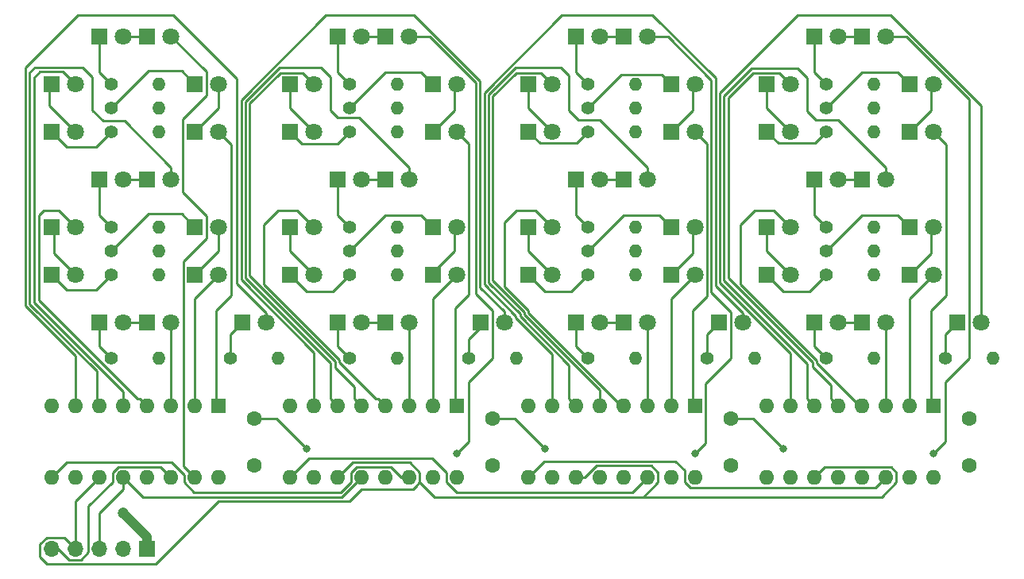
<source format=gbr>
%TF.GenerationSoftware,KiCad,Pcbnew,5.1.6+dfsg1-1*%
%TF.CreationDate,2020-12-16T15:12:24-07:00*%
%TF.ProjectId,7segment,37736567-6d65-46e7-942e-6b696361645f,rev?*%
%TF.SameCoordinates,Original*%
%TF.FileFunction,Copper,L1,Top*%
%TF.FilePolarity,Positive*%
%FSLAX46Y46*%
G04 Gerber Fmt 4.6, Leading zero omitted, Abs format (unit mm)*
G04 Created by KiCad (PCBNEW 5.1.6+dfsg1-1) date 2020-12-16 15:12:24*
%MOMM*%
%LPD*%
G01*
G04 APERTURE LIST*
%TA.AperFunction,ComponentPad*%
%ADD10O,1.600000X1.600000*%
%TD*%
%TA.AperFunction,ComponentPad*%
%ADD11R,1.600000X1.600000*%
%TD*%
%TA.AperFunction,ComponentPad*%
%ADD12O,1.700000X1.700000*%
%TD*%
%TA.AperFunction,ComponentPad*%
%ADD13R,1.700000X1.700000*%
%TD*%
%TA.AperFunction,ComponentPad*%
%ADD14C,1.600000*%
%TD*%
%TA.AperFunction,ComponentPad*%
%ADD15O,1.400000X1.400000*%
%TD*%
%TA.AperFunction,ComponentPad*%
%ADD16C,1.400000*%
%TD*%
%TA.AperFunction,ComponentPad*%
%ADD17C,1.800000*%
%TD*%
%TA.AperFunction,ComponentPad*%
%ADD18R,1.800000X1.800000*%
%TD*%
%TA.AperFunction,ViaPad*%
%ADD19C,1.200000*%
%TD*%
%TA.AperFunction,ViaPad*%
%ADD20C,0.800000*%
%TD*%
%TA.AperFunction,Conductor*%
%ADD21C,1.000000*%
%TD*%
%TA.AperFunction,Conductor*%
%ADD22C,0.250000*%
%TD*%
G04 APERTURE END LIST*
D10*
%TO.P,U1,16*%
%TO.N,+5V*%
X97790000Y-109220000D03*
%TO.P,U1,8*%
%TO.N,GND*%
X80010000Y-101600000D03*
%TO.P,U1,15*%
%TO.N,Net-(D15-Pad2)*%
X95250000Y-109220000D03*
%TO.P,U1,7*%
%TO.N,Net-(D22-Pad2)*%
X82550000Y-101600000D03*
%TO.P,U1,14*%
%TO.N,MOSI*%
X92710000Y-109220000D03*
%TO.P,U1,6*%
%TO.N,Net-(D21-Pad2)*%
X85090000Y-101600000D03*
%TO.P,U1,13*%
%TO.N,GND*%
X90170000Y-109220000D03*
%TO.P,U1,5*%
%TO.N,Net-(D20-Pad2)*%
X87630000Y-101600000D03*
%TO.P,U1,12*%
%TO.N,SS*%
X87630000Y-109220000D03*
%TO.P,U1,4*%
%TO.N,Net-(D19-Pad2)*%
X90170000Y-101600000D03*
%TO.P,U1,11*%
%TO.N,CLK*%
X85090000Y-109220000D03*
%TO.P,U1,3*%
%TO.N,Net-(D18-Pad2)*%
X92710000Y-101600000D03*
%TO.P,U1,10*%
%TO.N,+5V*%
X82550000Y-109220000D03*
%TO.P,U1,2*%
%TO.N,Net-(D17-Pad2)*%
X95250000Y-101600000D03*
%TO.P,U1,9*%
%TO.N,D2*%
X80010000Y-109220000D03*
D11*
%TO.P,U1,1*%
%TO.N,Net-(D16-Pad2)*%
X97790000Y-101600000D03*
%TD*%
D10*
%TO.P,U4,16*%
%TO.N,+5V*%
X173990000Y-109220000D03*
%TO.P,U4,8*%
%TO.N,GND*%
X156210000Y-101600000D03*
%TO.P,U4,15*%
%TO.N,Net-(D53-Pad2)*%
X171450000Y-109220000D03*
%TO.P,U4,7*%
%TO.N,Net-(D60-Pad2)*%
X158750000Y-101600000D03*
%TO.P,U4,14*%
%TO.N,D4*%
X168910000Y-109220000D03*
%TO.P,U4,6*%
%TO.N,Net-(D59-Pad2)*%
X161290000Y-101600000D03*
%TO.P,U4,13*%
%TO.N,GND*%
X166370000Y-109220000D03*
%TO.P,U4,5*%
%TO.N,Net-(D58-Pad2)*%
X163830000Y-101600000D03*
%TO.P,U4,12*%
%TO.N,SS*%
X163830000Y-109220000D03*
%TO.P,U4,4*%
%TO.N,Net-(D57-Pad2)*%
X166370000Y-101600000D03*
%TO.P,U4,11*%
%TO.N,CLK*%
X161290000Y-109220000D03*
%TO.P,U4,3*%
%TO.N,Net-(D56-Pad2)*%
X168910000Y-101600000D03*
%TO.P,U4,10*%
%TO.N,+5V*%
X158750000Y-109220000D03*
%TO.P,U4,2*%
%TO.N,Net-(D55-Pad2)*%
X171450000Y-101600000D03*
%TO.P,U4,9*%
%TO.N,Net-(U4-Pad9)*%
X156210000Y-109220000D03*
D11*
%TO.P,U4,1*%
%TO.N,Net-(D54-Pad2)*%
X173990000Y-101600000D03*
%TD*%
D10*
%TO.P,U3,16*%
%TO.N,+5V*%
X148590000Y-109220000D03*
%TO.P,U3,8*%
%TO.N,GND*%
X130810000Y-101600000D03*
%TO.P,U3,15*%
%TO.N,Net-(D45-Pad2)*%
X146050000Y-109220000D03*
%TO.P,U3,7*%
%TO.N,Net-(D52-Pad2)*%
X133350000Y-101600000D03*
%TO.P,U3,14*%
%TO.N,D3*%
X143510000Y-109220000D03*
%TO.P,U3,6*%
%TO.N,Net-(D51-Pad2)*%
X135890000Y-101600000D03*
%TO.P,U3,13*%
%TO.N,GND*%
X140970000Y-109220000D03*
%TO.P,U3,5*%
%TO.N,Net-(D50-Pad2)*%
X138430000Y-101600000D03*
%TO.P,U3,12*%
%TO.N,SS*%
X138430000Y-109220000D03*
%TO.P,U3,4*%
%TO.N,Net-(D49-Pad2)*%
X140970000Y-101600000D03*
%TO.P,U3,11*%
%TO.N,CLK*%
X135890000Y-109220000D03*
%TO.P,U3,3*%
%TO.N,Net-(D48-Pad2)*%
X143510000Y-101600000D03*
%TO.P,U3,10*%
%TO.N,+5V*%
X133350000Y-109220000D03*
%TO.P,U3,2*%
%TO.N,Net-(D47-Pad2)*%
X146050000Y-101600000D03*
%TO.P,U3,9*%
%TO.N,D4*%
X130810000Y-109220000D03*
D11*
%TO.P,U3,1*%
%TO.N,Net-(D46-Pad2)*%
X148590000Y-101600000D03*
%TD*%
D12*
%TO.P,J1,5*%
%TO.N,MOSI*%
X80010000Y-116840000D03*
%TO.P,J1,4*%
%TO.N,CLK*%
X82550000Y-116840000D03*
%TO.P,J1,3*%
%TO.N,SS*%
X85090000Y-116840000D03*
%TO.P,J1,2*%
%TO.N,+5V*%
X87630000Y-116840000D03*
D13*
%TO.P,J1,1*%
%TO.N,GND*%
X90170000Y-116840000D03*
%TD*%
D10*
%TO.P,U2,16*%
%TO.N,+5V*%
X123190000Y-109220000D03*
%TO.P,U2,8*%
%TO.N,GND*%
X105410000Y-101600000D03*
%TO.P,U2,15*%
%TO.N,Net-(D23-Pad2)*%
X120650000Y-109220000D03*
%TO.P,U2,7*%
%TO.N,Net-(D30-Pad2)*%
X107950000Y-101600000D03*
%TO.P,U2,14*%
%TO.N,D2*%
X118110000Y-109220000D03*
%TO.P,U2,6*%
%TO.N,Net-(D29-Pad2)*%
X110490000Y-101600000D03*
%TO.P,U2,13*%
%TO.N,GND*%
X115570000Y-109220000D03*
%TO.P,U2,5*%
%TO.N,Net-(D28-Pad2)*%
X113030000Y-101600000D03*
%TO.P,U2,12*%
%TO.N,SS*%
X113030000Y-109220000D03*
%TO.P,U2,4*%
%TO.N,Net-(D27-Pad2)*%
X115570000Y-101600000D03*
%TO.P,U2,11*%
%TO.N,CLK*%
X110490000Y-109220000D03*
%TO.P,U2,3*%
%TO.N,Net-(D26-Pad2)*%
X118110000Y-101600000D03*
%TO.P,U2,10*%
%TO.N,+5V*%
X107950000Y-109220000D03*
%TO.P,U2,2*%
%TO.N,Net-(D25-Pad2)*%
X120650000Y-101600000D03*
%TO.P,U2,9*%
%TO.N,D3*%
X105410000Y-109220000D03*
D11*
%TO.P,U2,1*%
%TO.N,Net-(D24-Pad2)*%
X123190000Y-101600000D03*
%TD*%
D14*
%TO.P,C4,2*%
%TO.N,GND*%
X177800000Y-102950000D03*
%TO.P,C4,1*%
%TO.N,+5V*%
X177800000Y-107950000D03*
%TD*%
%TO.P,C3,2*%
%TO.N,GND*%
X152400000Y-102950000D03*
%TO.P,C3,1*%
%TO.N,+5V*%
X152400000Y-107950000D03*
%TD*%
%TO.P,C1,2*%
%TO.N,GND*%
X101600000Y-102950000D03*
%TO.P,C1,1*%
%TO.N,+5V*%
X101600000Y-107950000D03*
%TD*%
%TO.P,C2,2*%
%TO.N,GND*%
X127000000Y-102950000D03*
%TO.P,C2,1*%
%TO.N,+5V*%
X127000000Y-107950000D03*
%TD*%
D15*
%TO.P,R32,2*%
%TO.N,GND*%
X180340000Y-96520000D03*
D16*
%TO.P,R32,1*%
%TO.N,Net-(D60-Pad1)*%
X175260000Y-96520000D03*
%TD*%
D15*
%TO.P,R31,2*%
%TO.N,GND*%
X167640000Y-82550000D03*
D16*
%TO.P,R31,1*%
%TO.N,Net-(D44-Pad1)*%
X162560000Y-82550000D03*
%TD*%
D15*
%TO.P,R30,2*%
%TO.N,GND*%
X167640000Y-72390000D03*
D16*
%TO.P,R30,1*%
%TO.N,Net-(D43-Pad1)*%
X162560000Y-72390000D03*
%TD*%
D15*
%TO.P,R29,2*%
%TO.N,GND*%
X167640000Y-87630000D03*
D16*
%TO.P,R29,1*%
%TO.N,Net-(D42-Pad1)*%
X162560000Y-87630000D03*
%TD*%
D15*
%TO.P,R28,2*%
%TO.N,GND*%
X167640000Y-96520000D03*
D16*
%TO.P,R28,1*%
%TO.N,Net-(D41-Pad1)*%
X162560000Y-96520000D03*
%TD*%
D15*
%TO.P,R27,2*%
%TO.N,GND*%
X167640000Y-85090000D03*
D16*
%TO.P,R27,1*%
%TO.N,Net-(D40-Pad1)*%
X162560000Y-85090000D03*
%TD*%
D15*
%TO.P,R26,2*%
%TO.N,GND*%
X167640000Y-69850000D03*
D16*
%TO.P,R26,1*%
%TO.N,Net-(D39-Pad1)*%
X162560000Y-69850000D03*
%TD*%
D15*
%TO.P,R25,2*%
%TO.N,GND*%
X167640000Y-67310000D03*
D16*
%TO.P,R25,1*%
%TO.N,Net-(D38-Pad1)*%
X162560000Y-67310000D03*
%TD*%
D15*
%TO.P,R24,2*%
%TO.N,GND*%
X154940000Y-96520000D03*
D16*
%TO.P,R24,1*%
%TO.N,Net-(D52-Pad1)*%
X149860000Y-96520000D03*
%TD*%
D15*
%TO.P,R23,2*%
%TO.N,GND*%
X142240000Y-82550000D03*
D16*
%TO.P,R23,1*%
%TO.N,Net-(D37-Pad1)*%
X137160000Y-82550000D03*
%TD*%
D15*
%TO.P,R22,2*%
%TO.N,GND*%
X142240000Y-72390000D03*
D16*
%TO.P,R22,1*%
%TO.N,Net-(D36-Pad1)*%
X137160000Y-72390000D03*
%TD*%
D15*
%TO.P,R21,2*%
%TO.N,GND*%
X142240000Y-87630000D03*
D16*
%TO.P,R21,1*%
%TO.N,Net-(D35-Pad1)*%
X137160000Y-87630000D03*
%TD*%
D15*
%TO.P,R20,2*%
%TO.N,GND*%
X142240000Y-96520000D03*
D16*
%TO.P,R20,1*%
%TO.N,Net-(D34-Pad1)*%
X137160000Y-96520000D03*
%TD*%
D15*
%TO.P,R19,2*%
%TO.N,GND*%
X142240000Y-85090000D03*
D16*
%TO.P,R19,1*%
%TO.N,Net-(D33-Pad1)*%
X137160000Y-85090000D03*
%TD*%
D15*
%TO.P,R18,2*%
%TO.N,GND*%
X142240000Y-69850000D03*
D16*
%TO.P,R18,1*%
%TO.N,Net-(D32-Pad1)*%
X137160000Y-69850000D03*
%TD*%
D15*
%TO.P,R17,2*%
%TO.N,GND*%
X142240000Y-67310000D03*
D16*
%TO.P,R17,1*%
%TO.N,Net-(D31-Pad1)*%
X137160000Y-67310000D03*
%TD*%
D15*
%TO.P,R16,2*%
%TO.N,GND*%
X129540000Y-96520000D03*
D16*
%TO.P,R16,1*%
%TO.N,Net-(D30-Pad1)*%
X124460000Y-96520000D03*
%TD*%
D15*
%TO.P,R15,2*%
%TO.N,GND*%
X116840000Y-82550000D03*
D16*
%TO.P,R15,1*%
%TO.N,Net-(D14-Pad1)*%
X111760000Y-82550000D03*
%TD*%
D15*
%TO.P,R14,2*%
%TO.N,GND*%
X116840000Y-72390000D03*
D16*
%TO.P,R14,1*%
%TO.N,Net-(D13-Pad1)*%
X111760000Y-72390000D03*
%TD*%
D15*
%TO.P,R13,2*%
%TO.N,GND*%
X116840000Y-87630000D03*
D16*
%TO.P,R13,1*%
%TO.N,Net-(D12-Pad1)*%
X111760000Y-87630000D03*
%TD*%
D15*
%TO.P,R12,2*%
%TO.N,GND*%
X116840000Y-96520000D03*
D16*
%TO.P,R12,1*%
%TO.N,Net-(D11-Pad1)*%
X111760000Y-96520000D03*
%TD*%
D15*
%TO.P,R11,2*%
%TO.N,GND*%
X116840000Y-85090000D03*
D16*
%TO.P,R11,1*%
%TO.N,Net-(D10-Pad1)*%
X111760000Y-85090000D03*
%TD*%
D15*
%TO.P,R10,2*%
%TO.N,GND*%
X116840000Y-69850000D03*
D16*
%TO.P,R10,1*%
%TO.N,Net-(D9-Pad1)*%
X111760000Y-69850000D03*
%TD*%
D15*
%TO.P,R9,2*%
%TO.N,GND*%
X116840000Y-67310000D03*
D16*
%TO.P,R9,1*%
%TO.N,Net-(D8-Pad1)*%
X111760000Y-67310000D03*
%TD*%
D15*
%TO.P,R8,2*%
%TO.N,GND*%
X104140000Y-96520000D03*
D16*
%TO.P,R8,1*%
%TO.N,Net-(D22-Pad1)*%
X99060000Y-96520000D03*
%TD*%
D15*
%TO.P,R7,2*%
%TO.N,GND*%
X91440000Y-82550000D03*
D16*
%TO.P,R7,1*%
%TO.N,Net-(D7-Pad1)*%
X86360000Y-82550000D03*
%TD*%
D15*
%TO.P,R6,2*%
%TO.N,GND*%
X91440000Y-72390000D03*
D16*
%TO.P,R6,1*%
%TO.N,Net-(D6-Pad1)*%
X86360000Y-72390000D03*
%TD*%
D15*
%TO.P,R5,2*%
%TO.N,GND*%
X91440000Y-87630000D03*
D16*
%TO.P,R5,1*%
%TO.N,Net-(D5-Pad1)*%
X86360000Y-87630000D03*
%TD*%
D15*
%TO.P,R4,2*%
%TO.N,GND*%
X91440000Y-96520000D03*
D16*
%TO.P,R4,1*%
%TO.N,Net-(D4-Pad1)*%
X86360000Y-96520000D03*
%TD*%
D15*
%TO.P,R3,2*%
%TO.N,GND*%
X91440000Y-85090000D03*
D16*
%TO.P,R3,1*%
%TO.N,Net-(D3-Pad1)*%
X86360000Y-85090000D03*
%TD*%
D15*
%TO.P,R2,2*%
%TO.N,GND*%
X91440000Y-69850000D03*
D16*
%TO.P,R2,1*%
%TO.N,Net-(D2-Pad1)*%
X86360000Y-69850000D03*
%TD*%
D15*
%TO.P,R1,2*%
%TO.N,GND*%
X91440000Y-67310000D03*
D16*
%TO.P,R1,1*%
%TO.N,Net-(D1-Pad1)*%
X86360000Y-67310000D03*
%TD*%
D17*
%TO.P,D60,2*%
%TO.N,Net-(D60-Pad2)*%
X179070000Y-92710000D03*
D18*
%TO.P,D60,1*%
%TO.N,Net-(D60-Pad1)*%
X176530000Y-92710000D03*
%TD*%
D17*
%TO.P,D59,2*%
%TO.N,Net-(D59-Pad2)*%
X168910000Y-77470000D03*
D18*
%TO.P,D59,1*%
%TO.N,Net-(D44-Pad2)*%
X166370000Y-77470000D03*
%TD*%
D17*
%TO.P,D58,2*%
%TO.N,Net-(D58-Pad2)*%
X158750000Y-67310000D03*
D18*
%TO.P,D58,1*%
%TO.N,Net-(D43-Pad2)*%
X156210000Y-67310000D03*
%TD*%
D17*
%TO.P,D57,2*%
%TO.N,Net-(D57-Pad2)*%
X158750000Y-82550000D03*
D18*
%TO.P,D57,1*%
%TO.N,Net-(D42-Pad2)*%
X156210000Y-82550000D03*
%TD*%
D17*
%TO.P,D56,2*%
%TO.N,Net-(D56-Pad2)*%
X168910000Y-92710000D03*
D18*
%TO.P,D56,1*%
%TO.N,Net-(D41-Pad2)*%
X166370000Y-92710000D03*
%TD*%
D17*
%TO.P,D55,2*%
%TO.N,Net-(D55-Pad2)*%
X173990000Y-87630000D03*
D18*
%TO.P,D55,1*%
%TO.N,Net-(D40-Pad2)*%
X171450000Y-87630000D03*
%TD*%
D17*
%TO.P,D54,2*%
%TO.N,Net-(D54-Pad2)*%
X173990000Y-72390000D03*
D18*
%TO.P,D54,1*%
%TO.N,Net-(D39-Pad2)*%
X171450000Y-72390000D03*
%TD*%
D17*
%TO.P,D53,2*%
%TO.N,Net-(D53-Pad2)*%
X168910000Y-62230000D03*
D18*
%TO.P,D53,1*%
%TO.N,Net-(D38-Pad2)*%
X166370000Y-62230000D03*
%TD*%
D17*
%TO.P,D52,2*%
%TO.N,Net-(D52-Pad2)*%
X153670000Y-92710000D03*
D18*
%TO.P,D52,1*%
%TO.N,Net-(D52-Pad1)*%
X151130000Y-92710000D03*
%TD*%
D17*
%TO.P,D51,2*%
%TO.N,Net-(D51-Pad2)*%
X143510000Y-77470000D03*
D18*
%TO.P,D51,1*%
%TO.N,Net-(D37-Pad2)*%
X140970000Y-77470000D03*
%TD*%
D17*
%TO.P,D50,2*%
%TO.N,Net-(D50-Pad2)*%
X133350000Y-67310000D03*
D18*
%TO.P,D50,1*%
%TO.N,Net-(D36-Pad2)*%
X130810000Y-67310000D03*
%TD*%
D17*
%TO.P,D49,2*%
%TO.N,Net-(D49-Pad2)*%
X133350000Y-82550000D03*
D18*
%TO.P,D49,1*%
%TO.N,Net-(D35-Pad2)*%
X130810000Y-82550000D03*
%TD*%
D17*
%TO.P,D48,2*%
%TO.N,Net-(D48-Pad2)*%
X143510000Y-92710000D03*
D18*
%TO.P,D48,1*%
%TO.N,Net-(D34-Pad2)*%
X140970000Y-92710000D03*
%TD*%
D17*
%TO.P,D47,2*%
%TO.N,Net-(D47-Pad2)*%
X148590000Y-87630000D03*
D18*
%TO.P,D47,1*%
%TO.N,Net-(D33-Pad2)*%
X146050000Y-87630000D03*
%TD*%
D17*
%TO.P,D46,2*%
%TO.N,Net-(D46-Pad2)*%
X148590000Y-72390000D03*
D18*
%TO.P,D46,1*%
%TO.N,Net-(D32-Pad2)*%
X146050000Y-72390000D03*
%TD*%
D17*
%TO.P,D45,2*%
%TO.N,Net-(D45-Pad2)*%
X143510000Y-62230000D03*
D18*
%TO.P,D45,1*%
%TO.N,Net-(D31-Pad2)*%
X140970000Y-62230000D03*
%TD*%
D17*
%TO.P,D44,2*%
%TO.N,Net-(D44-Pad2)*%
X163830000Y-77470000D03*
D18*
%TO.P,D44,1*%
%TO.N,Net-(D44-Pad1)*%
X161290000Y-77470000D03*
%TD*%
D17*
%TO.P,D43,2*%
%TO.N,Net-(D43-Pad2)*%
X158750000Y-72390000D03*
D18*
%TO.P,D43,1*%
%TO.N,Net-(D43-Pad1)*%
X156210000Y-72390000D03*
%TD*%
D17*
%TO.P,D42,2*%
%TO.N,Net-(D42-Pad2)*%
X158750000Y-87630000D03*
D18*
%TO.P,D42,1*%
%TO.N,Net-(D42-Pad1)*%
X156210000Y-87630000D03*
%TD*%
D17*
%TO.P,D41,2*%
%TO.N,Net-(D41-Pad2)*%
X163830000Y-92710000D03*
D18*
%TO.P,D41,1*%
%TO.N,Net-(D41-Pad1)*%
X161290000Y-92710000D03*
%TD*%
D17*
%TO.P,D40,2*%
%TO.N,Net-(D40-Pad2)*%
X173990000Y-82550000D03*
D18*
%TO.P,D40,1*%
%TO.N,Net-(D40-Pad1)*%
X171450000Y-82550000D03*
%TD*%
D17*
%TO.P,D39,2*%
%TO.N,Net-(D39-Pad2)*%
X173990000Y-67310000D03*
D18*
%TO.P,D39,1*%
%TO.N,Net-(D39-Pad1)*%
X171450000Y-67310000D03*
%TD*%
D17*
%TO.P,D38,2*%
%TO.N,Net-(D38-Pad2)*%
X163830000Y-62230000D03*
D18*
%TO.P,D38,1*%
%TO.N,Net-(D38-Pad1)*%
X161290000Y-62230000D03*
%TD*%
D17*
%TO.P,D37,2*%
%TO.N,Net-(D37-Pad2)*%
X138430000Y-77470000D03*
D18*
%TO.P,D37,1*%
%TO.N,Net-(D37-Pad1)*%
X135890000Y-77470000D03*
%TD*%
D17*
%TO.P,D36,2*%
%TO.N,Net-(D36-Pad2)*%
X133350000Y-72390000D03*
D18*
%TO.P,D36,1*%
%TO.N,Net-(D36-Pad1)*%
X130810000Y-72390000D03*
%TD*%
D17*
%TO.P,D35,2*%
%TO.N,Net-(D35-Pad2)*%
X133350000Y-87630000D03*
D18*
%TO.P,D35,1*%
%TO.N,Net-(D35-Pad1)*%
X130810000Y-87630000D03*
%TD*%
D17*
%TO.P,D34,2*%
%TO.N,Net-(D34-Pad2)*%
X138430000Y-92710000D03*
D18*
%TO.P,D34,1*%
%TO.N,Net-(D34-Pad1)*%
X135890000Y-92710000D03*
%TD*%
D17*
%TO.P,D33,2*%
%TO.N,Net-(D33-Pad2)*%
X148590000Y-82550000D03*
D18*
%TO.P,D33,1*%
%TO.N,Net-(D33-Pad1)*%
X146050000Y-82550000D03*
%TD*%
D17*
%TO.P,D32,2*%
%TO.N,Net-(D32-Pad2)*%
X148590000Y-67310000D03*
D18*
%TO.P,D32,1*%
%TO.N,Net-(D32-Pad1)*%
X146050000Y-67310000D03*
%TD*%
D17*
%TO.P,D31,2*%
%TO.N,Net-(D31-Pad2)*%
X138430000Y-62230000D03*
D18*
%TO.P,D31,1*%
%TO.N,Net-(D31-Pad1)*%
X135890000Y-62230000D03*
%TD*%
D17*
%TO.P,D30,2*%
%TO.N,Net-(D30-Pad2)*%
X128270000Y-92710000D03*
D18*
%TO.P,D30,1*%
%TO.N,Net-(D30-Pad1)*%
X125730000Y-92710000D03*
%TD*%
D17*
%TO.P,D29,2*%
%TO.N,Net-(D29-Pad2)*%
X118110000Y-77470000D03*
D18*
%TO.P,D29,1*%
%TO.N,Net-(D14-Pad2)*%
X115570000Y-77470000D03*
%TD*%
D17*
%TO.P,D28,2*%
%TO.N,Net-(D28-Pad2)*%
X107950000Y-67310000D03*
D18*
%TO.P,D28,1*%
%TO.N,Net-(D13-Pad2)*%
X105410000Y-67310000D03*
%TD*%
D17*
%TO.P,D27,2*%
%TO.N,Net-(D27-Pad2)*%
X107950000Y-82550000D03*
D18*
%TO.P,D27,1*%
%TO.N,Net-(D12-Pad2)*%
X105410000Y-82550000D03*
%TD*%
D17*
%TO.P,D26,2*%
%TO.N,Net-(D26-Pad2)*%
X118110000Y-92710000D03*
D18*
%TO.P,D26,1*%
%TO.N,Net-(D11-Pad2)*%
X115570000Y-92710000D03*
%TD*%
D17*
%TO.P,D25,2*%
%TO.N,Net-(D25-Pad2)*%
X123190000Y-87630000D03*
D18*
%TO.P,D25,1*%
%TO.N,Net-(D10-Pad2)*%
X120650000Y-87630000D03*
%TD*%
D17*
%TO.P,D24,2*%
%TO.N,Net-(D24-Pad2)*%
X123190000Y-72390000D03*
D18*
%TO.P,D24,1*%
%TO.N,Net-(D24-Pad1)*%
X120650000Y-72390000D03*
%TD*%
D17*
%TO.P,D23,2*%
%TO.N,Net-(D23-Pad2)*%
X118110000Y-62230000D03*
D18*
%TO.P,D23,1*%
%TO.N,Net-(D23-Pad1)*%
X115570000Y-62230000D03*
%TD*%
D17*
%TO.P,D22,2*%
%TO.N,Net-(D22-Pad2)*%
X102870000Y-92710000D03*
D18*
%TO.P,D22,1*%
%TO.N,Net-(D22-Pad1)*%
X100330000Y-92710000D03*
%TD*%
D17*
%TO.P,D21,2*%
%TO.N,Net-(D21-Pad2)*%
X92710000Y-77470000D03*
D18*
%TO.P,D21,1*%
%TO.N,Net-(D21-Pad1)*%
X90170000Y-77470000D03*
%TD*%
D17*
%TO.P,D20,2*%
%TO.N,Net-(D20-Pad2)*%
X82550000Y-67310000D03*
D18*
%TO.P,D20,1*%
%TO.N,Net-(D20-Pad1)*%
X80010000Y-67310000D03*
%TD*%
D17*
%TO.P,D19,2*%
%TO.N,Net-(D19-Pad2)*%
X82550000Y-82550000D03*
D18*
%TO.P,D19,1*%
%TO.N,Net-(D19-Pad1)*%
X80010000Y-82550000D03*
%TD*%
D17*
%TO.P,D18,2*%
%TO.N,Net-(D18-Pad2)*%
X92710000Y-92710000D03*
D18*
%TO.P,D18,1*%
%TO.N,Net-(D18-Pad1)*%
X90170000Y-92710000D03*
%TD*%
D17*
%TO.P,D17,2*%
%TO.N,Net-(D17-Pad2)*%
X97790000Y-87630000D03*
D18*
%TO.P,D17,1*%
%TO.N,Net-(D17-Pad1)*%
X95250000Y-87630000D03*
%TD*%
D17*
%TO.P,D16,2*%
%TO.N,Net-(D16-Pad2)*%
X97790000Y-72390000D03*
D18*
%TO.P,D16,1*%
%TO.N,Net-(D16-Pad1)*%
X95250000Y-72390000D03*
%TD*%
D17*
%TO.P,D15,2*%
%TO.N,Net-(D15-Pad2)*%
X92710000Y-62230000D03*
D18*
%TO.P,D15,1*%
%TO.N,Net-(D1-Pad2)*%
X90170000Y-62230000D03*
%TD*%
D17*
%TO.P,D14,2*%
%TO.N,Net-(D14-Pad2)*%
X113030000Y-77470000D03*
D18*
%TO.P,D14,1*%
%TO.N,Net-(D14-Pad1)*%
X110490000Y-77470000D03*
%TD*%
D17*
%TO.P,D13,2*%
%TO.N,Net-(D13-Pad2)*%
X107950000Y-72390000D03*
D18*
%TO.P,D13,1*%
%TO.N,Net-(D13-Pad1)*%
X105410000Y-72390000D03*
%TD*%
D17*
%TO.P,D12,2*%
%TO.N,Net-(D12-Pad2)*%
X107950000Y-87630000D03*
D18*
%TO.P,D12,1*%
%TO.N,Net-(D12-Pad1)*%
X105410000Y-87630000D03*
%TD*%
D17*
%TO.P,D11,2*%
%TO.N,Net-(D11-Pad2)*%
X113030000Y-92710000D03*
D18*
%TO.P,D11,1*%
%TO.N,Net-(D11-Pad1)*%
X110490000Y-92710000D03*
%TD*%
D17*
%TO.P,D10,2*%
%TO.N,Net-(D10-Pad2)*%
X123190000Y-82550000D03*
D18*
%TO.P,D10,1*%
%TO.N,Net-(D10-Pad1)*%
X120650000Y-82550000D03*
%TD*%
D17*
%TO.P,D9,2*%
%TO.N,Net-(D24-Pad1)*%
X123190000Y-67310000D03*
D18*
%TO.P,D9,1*%
%TO.N,Net-(D9-Pad1)*%
X120650000Y-67310000D03*
%TD*%
D17*
%TO.P,D8,2*%
%TO.N,Net-(D23-Pad1)*%
X113030000Y-62230000D03*
D18*
%TO.P,D8,1*%
%TO.N,Net-(D8-Pad1)*%
X110490000Y-62230000D03*
%TD*%
D17*
%TO.P,D7,2*%
%TO.N,Net-(D21-Pad1)*%
X87630000Y-77470000D03*
D18*
%TO.P,D7,1*%
%TO.N,Net-(D7-Pad1)*%
X85090000Y-77470000D03*
%TD*%
D17*
%TO.P,D6,2*%
%TO.N,Net-(D20-Pad1)*%
X82550000Y-72390000D03*
D18*
%TO.P,D6,1*%
%TO.N,Net-(D6-Pad1)*%
X80010000Y-72390000D03*
%TD*%
D17*
%TO.P,D5,2*%
%TO.N,Net-(D19-Pad1)*%
X82550000Y-87630000D03*
D18*
%TO.P,D5,1*%
%TO.N,Net-(D5-Pad1)*%
X80010000Y-87630000D03*
%TD*%
D17*
%TO.P,D4,2*%
%TO.N,Net-(D18-Pad1)*%
X87630000Y-92710000D03*
D18*
%TO.P,D4,1*%
%TO.N,Net-(D4-Pad1)*%
X85090000Y-92710000D03*
%TD*%
D17*
%TO.P,D3,2*%
%TO.N,Net-(D17-Pad1)*%
X97790000Y-82550000D03*
D18*
%TO.P,D3,1*%
%TO.N,Net-(D3-Pad1)*%
X95250000Y-82550000D03*
%TD*%
D17*
%TO.P,D2,2*%
%TO.N,Net-(D16-Pad1)*%
X97790000Y-67310000D03*
D18*
%TO.P,D2,1*%
%TO.N,Net-(D2-Pad1)*%
X95250000Y-67310000D03*
%TD*%
D17*
%TO.P,D1,2*%
%TO.N,Net-(D1-Pad2)*%
X87630000Y-62230000D03*
D18*
%TO.P,D1,1*%
%TO.N,Net-(D1-Pad1)*%
X85090000Y-62230000D03*
%TD*%
D19*
%TO.N,GND*%
X87630000Y-113030000D03*
D20*
X132588000Y-106172000D03*
X107188000Y-106172000D03*
X157988000Y-106172000D03*
%TO.N,Net-(D23-Pad2)*%
X123190000Y-106680000D03*
%TO.N,Net-(D45-Pad2)*%
X148590000Y-106680000D03*
%TO.N,Net-(D53-Pad2)*%
X173990000Y-106680000D03*
%TD*%
D21*
%TO.N,GND*%
X90170000Y-115570000D02*
X90170000Y-116840000D01*
X87630000Y-113030000D02*
X90170000Y-115570000D01*
D22*
X129366000Y-102950000D02*
X132588000Y-106172000D01*
X127000000Y-102950000D02*
X129366000Y-102950000D01*
X103966000Y-102950000D02*
X107188000Y-106172000D01*
X101600000Y-102950000D02*
X103966000Y-102950000D01*
X154766000Y-102950000D02*
X157988000Y-106172000D01*
X152400000Y-102950000D02*
X154766000Y-102950000D01*
%TO.N,Net-(D1-Pad2)*%
X87630000Y-62230000D02*
X90170000Y-62230000D01*
%TO.N,Net-(D1-Pad1)*%
X85090000Y-66040000D02*
X86360000Y-67310000D01*
X85090000Y-62230000D02*
X85090000Y-66040000D01*
%TO.N,Net-(D16-Pad1)*%
X97790000Y-69850000D02*
X95250000Y-72390000D01*
X97790000Y-67310000D02*
X97790000Y-69850000D01*
%TO.N,Net-(D2-Pad1)*%
X93849999Y-65909999D02*
X95250000Y-67310000D01*
X90300001Y-65909999D02*
X93849999Y-65909999D01*
X86360000Y-69850000D02*
X90300001Y-65909999D01*
%TO.N,Net-(D17-Pad1)*%
X97790000Y-85090000D02*
X97790000Y-82550000D01*
X95250000Y-87630000D02*
X97790000Y-85090000D01*
%TO.N,Net-(D3-Pad1)*%
X93849999Y-81149999D02*
X95250000Y-82550000D01*
X90300001Y-81149999D02*
X93849999Y-81149999D01*
X86360000Y-85090000D02*
X90300001Y-81149999D01*
%TO.N,Net-(D18-Pad1)*%
X87630000Y-92710000D02*
X90170000Y-92710000D01*
%TO.N,Net-(D4-Pad1)*%
X85090000Y-95250000D02*
X86360000Y-96520000D01*
X85090000Y-92710000D02*
X85090000Y-95250000D01*
%TO.N,Net-(D19-Pad1)*%
X80264000Y-85344000D02*
X82550000Y-87630000D01*
X80264000Y-82804000D02*
X80264000Y-85344000D01*
X80010000Y-82550000D02*
X80264000Y-82804000D01*
%TO.N,Net-(D5-Pad1)*%
X80010000Y-87630000D02*
X81610001Y-89230001D01*
X81610001Y-89230001D02*
X84759999Y-89230001D01*
X84759999Y-89230001D02*
X86360000Y-87630000D01*
%TO.N,Net-(D20-Pad1)*%
X79756000Y-69596000D02*
X82550000Y-72390000D01*
X79756000Y-67564000D02*
X79756000Y-69596000D01*
X80010000Y-67310000D02*
X79756000Y-67564000D01*
%TO.N,Net-(D6-Pad1)*%
X84759999Y-73990001D02*
X86360000Y-72390000D01*
X81610001Y-73990001D02*
X84759999Y-73990001D01*
X80010000Y-72390000D02*
X81610001Y-73990001D01*
%TO.N,Net-(D21-Pad1)*%
X87630000Y-77470000D02*
X90170000Y-77470000D01*
%TO.N,Net-(D7-Pad1)*%
X85090000Y-81280000D02*
X86360000Y-82550000D01*
X85090000Y-77470000D02*
X85090000Y-81280000D01*
%TO.N,Net-(D23-Pad1)*%
X113030000Y-62230000D02*
X115570000Y-62230000D01*
%TO.N,Net-(D8-Pad1)*%
X110490000Y-62230000D02*
X110490000Y-66040000D01*
X110490000Y-66040000D02*
X111760000Y-67310000D01*
%TO.N,Net-(D24-Pad1)*%
X122936000Y-67564000D02*
X123190000Y-67310000D01*
X122936000Y-70104000D02*
X122936000Y-67564000D01*
X120650000Y-72390000D02*
X122936000Y-70104000D01*
%TO.N,Net-(D9-Pad1)*%
X111760000Y-69850000D02*
X115570000Y-66040000D01*
X119380000Y-66040000D02*
X120650000Y-67310000D01*
X115570000Y-66040000D02*
X119380000Y-66040000D01*
%TO.N,Net-(D10-Pad2)*%
X122936000Y-82804000D02*
X123190000Y-82550000D01*
X122936000Y-85090000D02*
X122936000Y-82804000D01*
X120650000Y-87376000D02*
X122936000Y-85090000D01*
X120650000Y-87630000D02*
X120650000Y-87376000D01*
%TO.N,Net-(D10-Pad1)*%
X111760000Y-85090000D02*
X115570000Y-81280000D01*
X119380000Y-81280000D02*
X120650000Y-82550000D01*
X115570000Y-81280000D02*
X119380000Y-81280000D01*
%TO.N,Net-(D11-Pad2)*%
X113030000Y-92710000D02*
X115570000Y-92710000D01*
%TO.N,Net-(D11-Pad1)*%
X110490000Y-95250000D02*
X111760000Y-96520000D01*
X110490000Y-92710000D02*
X110490000Y-95250000D01*
%TO.N,Net-(D12-Pad2)*%
X105410000Y-85090000D02*
X107950000Y-87630000D01*
X105410000Y-82550000D02*
X105410000Y-85090000D01*
%TO.N,Net-(D12-Pad1)*%
X107188000Y-89408000D02*
X105410000Y-87630000D01*
X109982000Y-89408000D02*
X107188000Y-89408000D01*
X111760000Y-87630000D02*
X109982000Y-89408000D01*
%TO.N,Net-(D13-Pad2)*%
X105410000Y-69850000D02*
X107950000Y-72390000D01*
X105410000Y-67310000D02*
X105410000Y-69850000D01*
%TO.N,Net-(D13-Pad1)*%
X111760000Y-72390000D02*
X110490000Y-73660000D01*
X106680000Y-73660000D02*
X105410000Y-72390000D01*
X110490000Y-73660000D02*
X106680000Y-73660000D01*
%TO.N,Net-(D14-Pad2)*%
X113030000Y-77470000D02*
X115570000Y-77470000D01*
%TO.N,Net-(D14-Pad1)*%
X110490000Y-81280000D02*
X111760000Y-82550000D01*
X110490000Y-77470000D02*
X110490000Y-81280000D01*
%TO.N,Net-(D15-Pad2)*%
X96475001Y-81389999D02*
X96475001Y-83710001D01*
X96475001Y-83710001D02*
X94024999Y-86160003D01*
X93935001Y-78849999D02*
X96475001Y-81389999D01*
X96475001Y-68470001D02*
X93935001Y-71010001D01*
X93935001Y-71010001D02*
X93935001Y-78849999D01*
X96475001Y-65995001D02*
X96475001Y-68470001D01*
X92710000Y-62230000D02*
X96475001Y-65995001D01*
X94024999Y-107994999D02*
X94024999Y-86160003D01*
X95250000Y-109220000D02*
X94024999Y-107994999D01*
%TO.N,Net-(D16-Pad2)*%
X99140001Y-73740001D02*
X97790000Y-72390000D01*
X99140001Y-89835999D02*
X99140001Y-73740001D01*
X97536000Y-91440000D02*
X99140001Y-89835999D01*
X97536000Y-101346000D02*
X97536000Y-91440000D01*
X97790000Y-101600000D02*
X97536000Y-101346000D01*
%TO.N,Net-(D17-Pad2)*%
X96520000Y-88900000D02*
X97790000Y-87630000D01*
X95250000Y-90170000D02*
X97790000Y-87630000D01*
X95250000Y-101600000D02*
X95250000Y-90170000D01*
%TO.N,Net-(D18-Pad2)*%
X92710000Y-92710000D02*
X92710000Y-101600000D01*
%TO.N,Net-(D19-Pad2)*%
X89370001Y-100800001D02*
X90170000Y-101600000D01*
X89116001Y-100800001D02*
X89370001Y-100800001D01*
X78659999Y-90343999D02*
X89116001Y-100800001D01*
X79177998Y-80772000D02*
X78659999Y-81289999D01*
X80772000Y-80772000D02*
X79177998Y-80772000D01*
X78659999Y-81289999D02*
X78659999Y-90343999D01*
X82550000Y-82550000D02*
X80772000Y-80772000D01*
%TO.N,Net-(D20-Pad2)*%
X78116022Y-66593976D02*
X78727987Y-65982011D01*
X78116022Y-90559201D02*
X78116022Y-66593976D01*
X81222011Y-65982011D02*
X82550000Y-67310000D01*
X78727987Y-65982011D02*
X81222011Y-65982011D01*
X87630000Y-100073178D02*
X78116022Y-90559201D01*
X87630000Y-101600000D02*
X87630000Y-100073178D01*
%TO.N,Net-(D21-Pad2)*%
X92710000Y-76197208D02*
X92710000Y-77470000D01*
X87752791Y-71239999D02*
X92710000Y-76197208D01*
X84328000Y-70104000D02*
X85463999Y-71239999D01*
X84328000Y-66548000D02*
X84328000Y-70104000D01*
X78188035Y-65532000D02*
X83312000Y-65532000D01*
X83312000Y-65532000D02*
X84328000Y-66548000D01*
X77666011Y-66054024D02*
X78188035Y-65532000D01*
X84836000Y-97915590D02*
X77666011Y-90745601D01*
X84836000Y-101346000D02*
X84836000Y-97915590D01*
X85463999Y-71239999D02*
X87752791Y-71239999D01*
X77666011Y-90745601D02*
X77666011Y-66054024D01*
X85090000Y-101600000D02*
X84836000Y-101346000D01*
%TO.N,Net-(D22-Pad2)*%
X102870000Y-91694000D02*
X102870000Y-92710000D01*
X99741967Y-88565967D02*
X102870000Y-91694000D01*
X92947001Y-59944000D02*
X99741967Y-66738966D01*
X77216000Y-65514072D02*
X82786072Y-59944000D01*
X99741967Y-66738966D02*
X99741967Y-88565967D01*
X77216000Y-90932000D02*
X77216000Y-65514072D01*
X82550000Y-96266000D02*
X77216000Y-90932000D01*
X82786072Y-59944000D02*
X92947001Y-59944000D01*
X82550000Y-101600000D02*
X82550000Y-96266000D01*
%TO.N,Net-(D22-Pad1)*%
X99060000Y-93980000D02*
X100330000Y-92710000D01*
X99060000Y-96520000D02*
X99060000Y-93980000D01*
%TO.N,Net-(D23-Pad2)*%
X123190000Y-106680000D02*
X124460000Y-105410000D01*
X124460000Y-105410000D02*
X124460000Y-100684998D01*
X125199956Y-89639956D02*
X125199956Y-67143455D01*
X127000000Y-91440000D02*
X125199956Y-89639956D01*
X127000000Y-91505000D02*
X127000000Y-91440000D01*
X126955001Y-91549999D02*
X127000000Y-91505000D01*
X126955001Y-93870001D02*
X126955001Y-91549999D01*
X120286501Y-62230000D02*
X118110000Y-62230000D01*
X125199956Y-67143455D02*
X120286501Y-62230000D01*
X127000000Y-93915000D02*
X126955001Y-93870001D01*
X127000000Y-96520000D02*
X127000000Y-93915000D01*
X124460000Y-99060000D02*
X127000000Y-96520000D01*
X124460000Y-101600000D02*
X124460000Y-99060000D01*
%TO.N,Net-(D24-Pad2)*%
X122984988Y-91218514D02*
X122984988Y-101394988D01*
X123190000Y-72390000D02*
X124460000Y-73660000D01*
X122984988Y-101394988D02*
X123190000Y-101600000D01*
X124460000Y-73660000D02*
X124460000Y-89743502D01*
X124460000Y-89743502D02*
X122984988Y-91218514D01*
%TO.N,Net-(D25-Pad2)*%
X123190000Y-87630000D02*
X120650000Y-90170000D01*
X120650000Y-90170000D02*
X120650000Y-101600000D01*
%TO.N,Net-(D26-Pad2)*%
X118110000Y-92710000D02*
X118110000Y-101600000D01*
%TO.N,Net-(D27-Pad2)*%
X114770001Y-100800001D02*
X115570000Y-101600000D01*
X114516001Y-100800001D02*
X114770001Y-100800001D01*
X110686011Y-96970011D02*
X114516001Y-100800001D01*
X110686011Y-96716011D02*
X110686011Y-96970011D01*
X102616000Y-88646000D02*
X110686011Y-96716011D01*
X102616000Y-82296000D02*
X102616000Y-88646000D01*
X104140000Y-80772000D02*
X102616000Y-82296000D01*
X106172000Y-80772000D02*
X104140000Y-80772000D01*
X107950000Y-82550000D02*
X106172000Y-80772000D01*
%TO.N,Net-(D28-Pad2)*%
X112230001Y-100800001D02*
X113030000Y-101600000D01*
X112230001Y-99530001D02*
X112230001Y-100800001D01*
X110236000Y-97536000D02*
X112230001Y-99530001D01*
X110236000Y-96902411D02*
X110236000Y-97536000D01*
X101092000Y-87758411D02*
X110236000Y-96902411D01*
X101092000Y-69344820D02*
X101092000Y-87758411D01*
X104351821Y-66084999D02*
X101092000Y-69344820D01*
X106724999Y-66084999D02*
X104351821Y-66084999D01*
X107950000Y-67310000D02*
X106724999Y-66084999D01*
%TO.N,Net-(D29-Pad2)*%
X118110000Y-76197208D02*
X118110000Y-77470000D01*
X112787793Y-70875001D02*
X118110000Y-76197208D01*
X110499001Y-70875001D02*
X112787793Y-70875001D01*
X109728000Y-70104000D02*
X110499001Y-70875001D01*
X108712000Y-65532000D02*
X109728000Y-66548000D01*
X104268410Y-65532000D02*
X108712000Y-65532000D01*
X100641989Y-69158421D02*
X104268410Y-65532000D01*
X100641989Y-87944811D02*
X100641989Y-69158421D01*
X109690001Y-96992823D02*
X100641989Y-87944811D01*
X109728000Y-66548000D02*
X109728000Y-70104000D01*
X109690001Y-100800001D02*
X109690001Y-96992823D01*
X110490000Y-101600000D02*
X109690001Y-100800001D01*
%TO.N,Net-(D30-Pad2)*%
X118636912Y-59944000D02*
X125649967Y-66957055D01*
X100191978Y-68972022D02*
X109220000Y-59944000D01*
X107950000Y-95889233D02*
X100191978Y-88131211D01*
X109220000Y-59944000D02*
X118636912Y-59944000D01*
X107950000Y-101600000D02*
X107950000Y-95889233D01*
X100191978Y-88131211D02*
X100191978Y-68972022D01*
X125649967Y-88945556D02*
X128270000Y-91565589D01*
X125649967Y-66957055D02*
X125649967Y-88945556D01*
X128270000Y-91565589D02*
X128270000Y-92710000D01*
%TO.N,Net-(D30-Pad1)*%
X125730000Y-93218000D02*
X125730000Y-92710000D01*
X124460000Y-94488000D02*
X125730000Y-93218000D01*
X124460000Y-96520000D02*
X124460000Y-94488000D01*
%TO.N,Net-(D31-Pad2)*%
X138430000Y-62230000D02*
X140970000Y-62230000D01*
%TO.N,Net-(D31-Pad1)*%
X135890000Y-66040000D02*
X137160000Y-67310000D01*
X135890000Y-62230000D02*
X135890000Y-66040000D01*
%TO.N,Net-(D32-Pad2)*%
X148336000Y-70104000D02*
X146050000Y-72390000D01*
X148336000Y-67564000D02*
X148336000Y-70104000D01*
X148590000Y-67310000D02*
X148336000Y-67564000D01*
%TO.N,Net-(D32-Pad1)*%
X140725001Y-66284999D02*
X137160000Y-69850000D01*
X145024999Y-66284999D02*
X140725001Y-66284999D01*
X146050000Y-67310000D02*
X145024999Y-66284999D01*
%TO.N,Net-(D33-Pad2)*%
X148336000Y-85344000D02*
X146050000Y-87630000D01*
X148336000Y-82804000D02*
X148336000Y-85344000D01*
X148590000Y-82550000D02*
X148336000Y-82804000D01*
%TO.N,Net-(D33-Pad1)*%
X137160000Y-85090000D02*
X140970000Y-81280000D01*
X144780000Y-81280000D02*
X146050000Y-82550000D01*
X140970000Y-81280000D02*
X144780000Y-81280000D01*
%TO.N,Net-(D34-Pad2)*%
X138430000Y-92710000D02*
X140970000Y-92710000D01*
%TO.N,Net-(D34-Pad1)*%
X135890000Y-95250000D02*
X137160000Y-96520000D01*
X135890000Y-92710000D02*
X135890000Y-95250000D01*
%TO.N,Net-(D35-Pad2)*%
X130810000Y-85090000D02*
X133350000Y-87630000D01*
X130810000Y-82550000D02*
X130810000Y-85090000D01*
%TO.N,Net-(D35-Pad1)*%
X135382000Y-89408000D02*
X137160000Y-87630000D01*
X132588000Y-89408000D02*
X135382000Y-89408000D01*
X130810000Y-87630000D02*
X132588000Y-89408000D01*
%TO.N,Net-(D36-Pad2)*%
X130810000Y-69850000D02*
X133350000Y-72390000D01*
X130810000Y-67310000D02*
X130810000Y-69850000D01*
%TO.N,Net-(D36-Pad1)*%
X135934999Y-73615001D02*
X137160000Y-72390000D01*
X132035001Y-73615001D02*
X135934999Y-73615001D01*
X130810000Y-72390000D02*
X132035001Y-73615001D01*
%TO.N,Net-(D37-Pad2)*%
X138430000Y-77470000D02*
X140970000Y-77470000D01*
%TO.N,Net-(D37-Pad1)*%
X135890000Y-81280000D02*
X137160000Y-82550000D01*
X135890000Y-77470000D02*
X135890000Y-81280000D01*
%TO.N,Net-(D38-Pad2)*%
X163830000Y-62230000D02*
X166370000Y-62230000D01*
%TO.N,Net-(D38-Pad1)*%
X161290000Y-66040000D02*
X162560000Y-67310000D01*
X161290000Y-62230000D02*
X161290000Y-66040000D01*
%TO.N,Net-(D39-Pad2)*%
X173736000Y-70104000D02*
X171450000Y-72390000D01*
X173736000Y-67564000D02*
X173736000Y-70104000D01*
X173990000Y-67310000D02*
X173736000Y-67564000D01*
%TO.N,Net-(D39-Pad1)*%
X162560000Y-69850000D02*
X166370000Y-66040000D01*
X170180000Y-66040000D02*
X171450000Y-67310000D01*
X166370000Y-66040000D02*
X170180000Y-66040000D01*
%TO.N,Net-(D40-Pad2)*%
X173736000Y-82804000D02*
X173990000Y-82550000D01*
X173736000Y-85344000D02*
X173736000Y-82804000D01*
X171450000Y-87630000D02*
X173736000Y-85344000D01*
%TO.N,Net-(D40-Pad1)*%
X162560000Y-85090000D02*
X166370000Y-81280000D01*
X166370000Y-81280000D02*
X170180000Y-81280000D01*
X170180000Y-81280000D02*
X171450000Y-82550000D01*
%TO.N,Net-(D41-Pad2)*%
X163830000Y-92710000D02*
X166370000Y-92710000D01*
%TO.N,Net-(D41-Pad1)*%
X161290000Y-95250000D02*
X162560000Y-96520000D01*
X161290000Y-92710000D02*
X161290000Y-95250000D01*
%TO.N,Net-(D42-Pad2)*%
X156210000Y-85090000D02*
X156210000Y-82550000D01*
X158750000Y-87630000D02*
X156210000Y-85090000D01*
%TO.N,Net-(D42-Pad1)*%
X160782000Y-89408000D02*
X162560000Y-87630000D01*
X157988000Y-89408000D02*
X160782000Y-89408000D01*
X156210000Y-87630000D02*
X157988000Y-89408000D01*
%TO.N,Net-(D43-Pad2)*%
X156210000Y-69850000D02*
X158750000Y-72390000D01*
X156210000Y-67310000D02*
X156210000Y-69850000D01*
%TO.N,Net-(D43-Pad1)*%
X161334999Y-73615001D02*
X162560000Y-72390000D01*
X157435001Y-73615001D02*
X161334999Y-73615001D01*
X156210000Y-72390000D02*
X157435001Y-73615001D01*
%TO.N,Net-(D44-Pad2)*%
X163830000Y-77470000D02*
X166370000Y-77470000D01*
%TO.N,Net-(D44-Pad1)*%
X161290000Y-81280000D02*
X162560000Y-82550000D01*
X161290000Y-77470000D02*
X161290000Y-81280000D01*
%TO.N,Net-(D45-Pad2)*%
X145686501Y-62230000D02*
X143510000Y-62230000D01*
X150310009Y-89505007D02*
X150310009Y-66853508D01*
X152400000Y-91594998D02*
X150310009Y-89505007D01*
X152400000Y-96520000D02*
X152400000Y-91594998D01*
X148590000Y-106680000D02*
X149715001Y-105554999D01*
X149715001Y-99204999D02*
X152400000Y-96520000D01*
X150310009Y-66853508D02*
X145686501Y-62230000D01*
X149715001Y-105554999D02*
X149715001Y-99204999D01*
%TO.N,Net-(D46-Pad2)*%
X148336000Y-101346000D02*
X148590000Y-101600000D01*
X148336000Y-91440000D02*
X148336000Y-101346000D01*
X149860000Y-73660000D02*
X149860000Y-89916000D01*
X149860000Y-89916000D02*
X148336000Y-91440000D01*
X148590000Y-72390000D02*
X149860000Y-73660000D01*
%TO.N,Net-(D47-Pad2)*%
X146050000Y-90170000D02*
X148590000Y-87630000D01*
X146050000Y-101600000D02*
X146050000Y-90170000D01*
%TO.N,Net-(D48-Pad2)*%
X143510000Y-92710000D02*
X143510000Y-101600000D01*
%TO.N,Net-(D49-Pad2)*%
X129540000Y-80772000D02*
X131572000Y-80772000D01*
X130810000Y-91440000D02*
X128270000Y-88900000D01*
X128270000Y-88900000D02*
X128270000Y-82042000D01*
X130810000Y-91687002D02*
X130810000Y-91440000D01*
X140722998Y-101600000D02*
X130810000Y-91687002D01*
X131572000Y-80772000D02*
X133350000Y-82550000D01*
X128270000Y-82042000D02*
X129540000Y-80772000D01*
X140970000Y-101600000D02*
X140722998Y-101600000D01*
%TO.N,Net-(D50-Pad2)*%
X138430000Y-99943413D02*
X138430000Y-101600000D01*
X130359989Y-91626399D02*
X130359989Y-91873402D01*
X127000000Y-88266410D02*
X130359989Y-91626399D01*
X127000000Y-68580000D02*
X127000000Y-88266410D01*
X129495001Y-66084999D02*
X127000000Y-68580000D01*
X130359989Y-91873402D02*
X138430000Y-99943413D01*
X132124999Y-66084999D02*
X129495001Y-66084999D01*
X133350000Y-67310000D02*
X132124999Y-66084999D01*
%TO.N,Net-(D51-Pad2)*%
X135128000Y-100838000D02*
X135890000Y-101600000D01*
X143510000Y-77470000D02*
X143510000Y-76197208D01*
X138432792Y-71120000D02*
X136144000Y-71120000D01*
X143510000Y-76197208D02*
X138432792Y-71120000D01*
X135128000Y-70104000D02*
X135128000Y-66417501D01*
X126549989Y-68393601D02*
X126549989Y-88452810D01*
X134242499Y-65532000D02*
X129411590Y-65532000D01*
X136144000Y-71120000D02*
X135128000Y-70104000D01*
X135128000Y-66417501D02*
X134242499Y-65532000D01*
X129411590Y-65532000D02*
X126549989Y-68393601D01*
X126549989Y-88452810D02*
X129909978Y-91812798D01*
X129909978Y-91812798D02*
X129909978Y-92059802D01*
X129909978Y-92059802D02*
X135128000Y-97277824D01*
X135128000Y-97277824D02*
X135128000Y-100838000D01*
%TO.N,Net-(D52-Pad2)*%
X129459967Y-92246202D02*
X133350000Y-96136235D01*
X129459967Y-91999198D02*
X129459967Y-92246202D01*
X126099978Y-88639210D02*
X129459967Y-91999198D01*
X126099978Y-68207201D02*
X126099978Y-88639210D01*
X150760020Y-66667108D02*
X144036912Y-59944000D01*
X144036912Y-59944000D02*
X134363179Y-59944000D01*
X133350000Y-96136235D02*
X133350000Y-101600000D01*
X134363179Y-59944000D02*
X126099978Y-68207201D01*
X153670000Y-91694000D02*
X150760020Y-88784020D01*
X153670000Y-92710000D02*
X153670000Y-91694000D01*
X150760020Y-88784020D02*
X150760020Y-66667108D01*
%TO.N,Net-(D52-Pad1)*%
X151130000Y-92710000D02*
X149860000Y-93980000D01*
X149860000Y-93980000D02*
X149860000Y-96520000D01*
%TO.N,Net-(D53-Pad2)*%
X171086501Y-62230000D02*
X177800000Y-68943499D01*
X168910000Y-62230000D02*
X171086501Y-62230000D01*
X175260000Y-99060000D02*
X175260000Y-105410000D01*
X177800000Y-96520000D02*
X175260000Y-99060000D01*
X177800000Y-68943499D02*
X177800000Y-96520000D01*
X175260000Y-105410000D02*
X173990000Y-106680000D01*
%TO.N,Net-(D54-Pad2)*%
X173736000Y-101346000D02*
X173990000Y-101600000D01*
X173736000Y-91440000D02*
X173736000Y-101346000D01*
X175369999Y-89806001D02*
X173736000Y-91440000D01*
X175369999Y-73769999D02*
X175369999Y-89806001D01*
X173990000Y-72390000D02*
X175369999Y-73769999D01*
%TO.N,Net-(D55-Pad2)*%
X173990000Y-87630000D02*
X171450000Y-90170000D01*
X171450000Y-90170000D02*
X171450000Y-101600000D01*
%TO.N,Net-(D56-Pad2)*%
X168910000Y-92710000D02*
X168910000Y-101600000D01*
%TO.N,Net-(D57-Pad2)*%
X166122998Y-101600000D02*
X166370000Y-101600000D01*
X161534999Y-97012001D02*
X166122998Y-101600000D01*
X161534999Y-96764999D02*
X161534999Y-97012001D01*
X153416000Y-88646000D02*
X161534999Y-96764999D01*
X153416000Y-82296000D02*
X153416000Y-88646000D01*
X156972000Y-80772000D02*
X154940000Y-80772000D01*
X154940000Y-80772000D02*
X153416000Y-82296000D01*
X158750000Y-82550000D02*
X156972000Y-80772000D01*
%TO.N,Net-(D58-Pad2)*%
X163030001Y-100800001D02*
X163830000Y-101600000D01*
X161084988Y-97487012D02*
X163030001Y-99432025D01*
X163030001Y-99432025D02*
X163030001Y-100800001D01*
X152110055Y-87976466D02*
X161084988Y-96951399D01*
X152110055Y-68744355D02*
X152110055Y-87976466D01*
X154769411Y-66084999D02*
X152110055Y-68744355D01*
X161084988Y-96951399D02*
X161084988Y-97487012D01*
X157524999Y-66084999D02*
X154769411Y-66084999D01*
X158750000Y-67310000D02*
X157524999Y-66084999D01*
%TO.N,Net-(D59-Pad2)*%
X160490001Y-100800001D02*
X161290000Y-101600000D01*
X151660044Y-88250631D02*
X160490001Y-97080588D01*
X151660044Y-68557955D02*
X151660044Y-88250631D01*
X154583011Y-65634988D02*
X151660044Y-68557955D01*
X160490001Y-97080588D02*
X160490001Y-100800001D01*
X159505489Y-65634988D02*
X154583011Y-65634988D01*
X160528000Y-66657499D02*
X159505489Y-65634988D01*
X160528000Y-70165750D02*
X160528000Y-66657499D01*
X161482250Y-71120000D02*
X160528000Y-70165750D01*
X163832792Y-71120000D02*
X161482250Y-71120000D01*
X168910000Y-76197208D02*
X163832792Y-71120000D01*
X168910000Y-77470000D02*
X168910000Y-76197208D01*
%TO.N,Net-(D60-Pad2)*%
X151210033Y-88437032D02*
X158750000Y-95976999D01*
X179070000Y-92710000D02*
X179070000Y-69577088D01*
X179070000Y-69577088D02*
X169436912Y-59944000D01*
X169436912Y-59944000D02*
X159512000Y-59944000D01*
X151210033Y-68245967D02*
X151210033Y-88437032D01*
X159512000Y-59944000D02*
X151210033Y-68245967D01*
X158750000Y-95976999D02*
X158750000Y-101600000D01*
%TO.N,Net-(D60-Pad1)*%
X176530000Y-92710000D02*
X175260000Y-93980000D01*
X175260000Y-93980000D02*
X175260000Y-96520000D01*
%TO.N,MOSI*%
X87089999Y-108094999D02*
X91584999Y-108094999D01*
X83914999Y-112298591D02*
X86504999Y-109708591D01*
X83114001Y-118015001D02*
X83914999Y-117214003D01*
X83914999Y-117214003D02*
X83914999Y-112298591D01*
X80646410Y-116840000D02*
X81821411Y-118015001D01*
X91584999Y-108094999D02*
X92710000Y-109220000D01*
X80010000Y-116840000D02*
X80646410Y-116840000D01*
X86504999Y-109708591D02*
X86504999Y-108679999D01*
X81821411Y-118015001D02*
X83114001Y-118015001D01*
X86504999Y-108679999D02*
X87089999Y-108094999D01*
%TO.N,CLK*%
X144635001Y-108679999D02*
X143905002Y-107950000D01*
X82550000Y-111760000D02*
X82550000Y-116840000D01*
X118505002Y-110490000D02*
X118942501Y-110052501D01*
X119235001Y-109760001D02*
X119235001Y-108679999D01*
X79445999Y-115664999D02*
X78740000Y-116370998D01*
X79495510Y-118465011D02*
X91084989Y-118465011D01*
X136764998Y-109220000D02*
X135890000Y-109220000D01*
X170035001Y-109760001D02*
X170035001Y-108679999D01*
X97790000Y-111760000D02*
X111760000Y-111760000D01*
X162415001Y-108094999D02*
X161290000Y-109220000D01*
X169450001Y-108094999D02*
X162415001Y-108094999D01*
X118505002Y-110490000D02*
X119235001Y-109760001D01*
X118199990Y-107644988D02*
X112065012Y-107644988D01*
X119235001Y-108679999D02*
X118199990Y-107644988D01*
X81374999Y-115664999D02*
X79445999Y-115664999D01*
X78740000Y-117709501D02*
X79495510Y-118465011D01*
X111760000Y-111760000D02*
X113030000Y-110490000D01*
X112065012Y-107644988D02*
X110490000Y-109220000D01*
X120797501Y-111322501D02*
X119235001Y-109760001D01*
X138034998Y-107950000D02*
X136764998Y-109220000D01*
X78740000Y-116370998D02*
X78740000Y-117709501D01*
X143072501Y-111322501D02*
X168472501Y-111322501D01*
X91084989Y-118465011D02*
X97790000Y-111760000D01*
X85090000Y-109220000D02*
X82550000Y-111760000D01*
X82550000Y-116840000D02*
X81374999Y-115664999D01*
X143072501Y-111322501D02*
X144635001Y-109760001D01*
X144635001Y-109760001D02*
X144635001Y-108679999D01*
X168472501Y-111322501D02*
X170035001Y-109760001D01*
X143072501Y-111322501D02*
X120797501Y-111322501D01*
X170035001Y-108679999D02*
X169450001Y-108094999D01*
X113030000Y-110490000D02*
X118505002Y-110490000D01*
X143905002Y-107950000D02*
X138034998Y-107950000D01*
%TO.N,SS*%
X113030000Y-109220000D02*
X113029960Y-109220000D01*
X89719989Y-111309989D02*
X110940011Y-111309989D01*
X87630000Y-109220000D02*
X89719989Y-111309989D01*
X87630000Y-110490000D02*
X87630000Y-109220000D01*
X85090000Y-116840000D02*
X85090000Y-113030000D01*
X85090000Y-113030000D02*
X87630000Y-110490000D01*
X110940011Y-111309989D02*
X113030000Y-109220000D01*
%TO.N,D2*%
X81585012Y-107644988D02*
X92799990Y-107644988D01*
X80010000Y-109220000D02*
X81585012Y-107644988D01*
X92799990Y-107644988D02*
X94124999Y-108969997D01*
X110818578Y-110795012D02*
X111904999Y-109708591D01*
X94124999Y-109760001D02*
X95160010Y-110795012D01*
X117235002Y-109220000D02*
X118110000Y-109220000D01*
X116110001Y-108094999D02*
X117235002Y-109220000D01*
X111904999Y-108679999D02*
X112489999Y-108094999D01*
X111904999Y-109708591D02*
X111904999Y-108679999D01*
X112489999Y-108094999D02*
X116110001Y-108094999D01*
X95160010Y-110795012D02*
X110818578Y-110795012D01*
X94124999Y-108969997D02*
X94124999Y-109760001D01*
%TO.N,D3*%
X123177488Y-110872490D02*
X141857510Y-110872490D01*
X120579977Y-107194977D02*
X122064999Y-108679999D01*
X107435023Y-107194977D02*
X120579977Y-107194977D01*
X122064999Y-109760001D02*
X123177488Y-110872490D01*
X105410000Y-109220000D02*
X107435023Y-107194977D01*
X141857510Y-110872490D02*
X143510000Y-109220000D01*
X122064999Y-108679999D02*
X122064999Y-109760001D01*
%TO.N,D4*%
X147464999Y-109760001D02*
X148049999Y-110345001D01*
X130810000Y-109220000D02*
X132530011Y-107499989D01*
X146500011Y-107499989D02*
X147464999Y-108464977D01*
X167784999Y-110345001D02*
X168910000Y-109220000D01*
X132530011Y-107499989D02*
X146500011Y-107499989D01*
X148049999Y-110345001D02*
X167784999Y-110345001D01*
X147464999Y-108464977D02*
X147464999Y-109760001D01*
%TD*%
M02*

</source>
